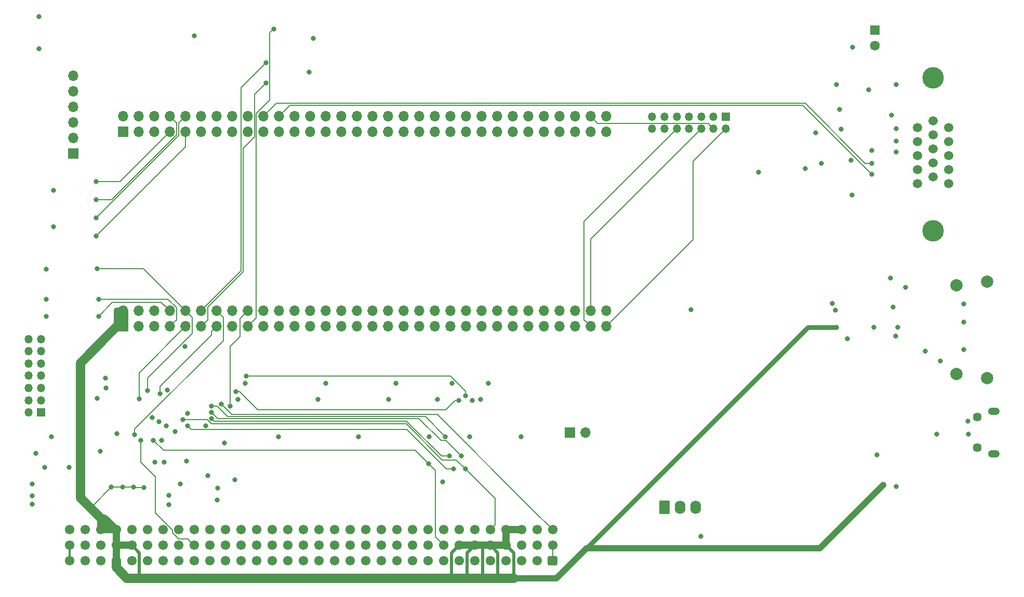
<source format=gbr>
G04 #@! TF.GenerationSoftware,KiCad,Pcbnew,5.0.2+dfsg1-1~bpo9+1*
G04 #@! TF.CreationDate,2022-01-29T10:57:36+01:00*
G04 #@! TF.ProjectId,nubus-to-ztex,6e756275-732d-4746-9f2d-7a7465782e6b,rev?*
G04 #@! TF.SameCoordinates,Original*
G04 #@! TF.FileFunction,Copper,L4,Bot*
G04 #@! TF.FilePolarity,Positive*
%FSLAX46Y46*%
G04 Gerber Fmt 4.6, Leading zero omitted, Abs format (unit mm)*
G04 Created by KiCad (PCBNEW 5.0.2+dfsg1-1~bpo9+1) date Sat Jan 29 10:57:36 2022*
%MOMM*%
%LPD*%
G01*
G04 APERTURE LIST*
G04 #@! TA.AperFunction,ComponentPad*
%ADD10R,1.350000X1.350000*%
G04 #@! TD*
G04 #@! TA.AperFunction,ComponentPad*
%ADD11O,1.350000X1.350000*%
G04 #@! TD*
G04 #@! TA.AperFunction,ComponentPad*
%ADD12C,1.450000*%
G04 #@! TD*
G04 #@! TA.AperFunction,ComponentPad*
%ADD13O,1.900000X1.200000*%
G04 #@! TD*
G04 #@! TA.AperFunction,ComponentPad*
%ADD14R,1.700000X1.700000*%
G04 #@! TD*
G04 #@! TA.AperFunction,ComponentPad*
%ADD15O,1.700000X1.700000*%
G04 #@! TD*
G04 #@! TA.AperFunction,Conductor*
%ADD16C,0.100000*%
G04 #@! TD*
G04 #@! TA.AperFunction,ComponentPad*
%ADD17C,1.740000*%
G04 #@! TD*
G04 #@! TA.AperFunction,ComponentPad*
%ADD18O,1.740000X2.200000*%
G04 #@! TD*
G04 #@! TA.AperFunction,ComponentPad*
%ADD19C,2.000000*%
G04 #@! TD*
G04 #@! TA.AperFunction,ComponentPad*
%ADD20C,1.500000*%
G04 #@! TD*
G04 #@! TA.AperFunction,ComponentPad*
%ADD21C,3.500000*%
G04 #@! TD*
G04 #@! TA.AperFunction,ComponentPad*
%ADD22R,1.600000X1.600000*%
G04 #@! TD*
G04 #@! TA.AperFunction,ComponentPad*
%ADD23C,1.600000*%
G04 #@! TD*
G04 #@! TA.AperFunction,ComponentPad*
%ADD24C,1.550000*%
G04 #@! TD*
G04 #@! TA.AperFunction,ViaPad*
%ADD25C,0.800000*%
G04 #@! TD*
G04 #@! TA.AperFunction,Conductor*
%ADD26C,0.152400*%
G04 #@! TD*
G04 #@! TA.AperFunction,Conductor*
%ADD27C,1.200000*%
G04 #@! TD*
G04 #@! TA.AperFunction,Conductor*
%ADD28C,1.500000*%
G04 #@! TD*
G04 #@! TA.AperFunction,Conductor*
%ADD29C,0.500000*%
G04 #@! TD*
G04 #@! TA.AperFunction,Conductor*
%ADD30C,1.000000*%
G04 #@! TD*
G04 #@! TA.AperFunction,Conductor*
%ADD31C,0.800000*%
G04 #@! TD*
G04 #@! TA.AperFunction,Conductor*
%ADD32C,1.600000*%
G04 #@! TD*
G04 #@! TA.AperFunction,Conductor*
%ADD33C,0.200000*%
G04 #@! TD*
G04 #@! TA.AperFunction,Conductor*
%ADD34C,0.300000*%
G04 #@! TD*
G04 APERTURE END LIST*
D10*
G04 #@! TO.P,J2,1*
G04 #@! TO.N,GND*
X116600000Y-75800000D03*
D11*
G04 #@! TO.P,J2,2*
G04 #@! TO.N,+3V3*
X114600000Y-75800000D03*
G04 #@! TO.P,J2,3*
G04 #@! TO.N,GND*
X116600000Y-73800000D03*
G04 #@! TO.P,J2,4*
G04 #@! TO.N,CPLD_JTAG_TMS*
X114600000Y-73800000D03*
G04 #@! TO.P,J2,5*
G04 #@! TO.N,GND*
X116600000Y-71800000D03*
G04 #@! TO.P,J2,6*
G04 #@! TO.N,CPLD_JTAG_TCK*
X114600000Y-71800000D03*
G04 #@! TO.P,J2,7*
G04 #@! TO.N,GND*
X116600000Y-69800000D03*
G04 #@! TO.P,J2,8*
G04 #@! TO.N,CPLD_JTAG_TDO*
X114600000Y-69800000D03*
G04 #@! TO.P,J2,9*
G04 #@! TO.N,GND*
X116600000Y-67800000D03*
G04 #@! TO.P,J2,10*
G04 #@! TO.N,CPLD_JTAG_TDI*
X114600000Y-67800000D03*
G04 #@! TO.P,J2,11*
G04 #@! TO.N,GND*
X116600000Y-65800000D03*
G04 #@! TO.P,J2,12*
G04 #@! TO.N,Net-(J2-Pad12)*
X114600000Y-65800000D03*
G04 #@! TO.P,J2,13*
G04 #@! TO.N,GND*
X116600000Y-63800000D03*
G04 #@! TO.P,J2,14*
G04 #@! TO.N,Net-(J2-Pad14)*
X114600000Y-63800000D03*
G04 #@! TD*
D12*
G04 #@! TO.P,J6,6*
G04 #@! TO.N,SHIELD*
X269197500Y-81570000D03*
X269197500Y-76570000D03*
D13*
X271897500Y-82570000D03*
X271897500Y-75570000D03*
G04 #@! TD*
D14*
G04 #@! TO.P,J8,1*
G04 #@! TO.N,+3V3*
X202830000Y-79080000D03*
D15*
G04 #@! TO.P,J8,2*
G04 #@! TO.N,GND*
X205370000Y-79080000D03*
G04 #@! TD*
D16*
G04 #@! TO.N,GND*
G04 #@! TO.C,J7*
G36*
X218884505Y-90171204D02*
X218908773Y-90174804D01*
X218932572Y-90180765D01*
X218955671Y-90189030D01*
X218977850Y-90199520D01*
X218998893Y-90212132D01*
X219018599Y-90226747D01*
X219036777Y-90243223D01*
X219053253Y-90261401D01*
X219067868Y-90281107D01*
X219080480Y-90302150D01*
X219090970Y-90324329D01*
X219099235Y-90347428D01*
X219105196Y-90371227D01*
X219108796Y-90395495D01*
X219110000Y-90419999D01*
X219110000Y-92120001D01*
X219108796Y-92144505D01*
X219105196Y-92168773D01*
X219099235Y-92192572D01*
X219090970Y-92215671D01*
X219080480Y-92237850D01*
X219067868Y-92258893D01*
X219053253Y-92278599D01*
X219036777Y-92296777D01*
X219018599Y-92313253D01*
X218998893Y-92327868D01*
X218977850Y-92340480D01*
X218955671Y-92350970D01*
X218932572Y-92359235D01*
X218908773Y-92365196D01*
X218884505Y-92368796D01*
X218860001Y-92370000D01*
X217619999Y-92370000D01*
X217595495Y-92368796D01*
X217571227Y-92365196D01*
X217547428Y-92359235D01*
X217524329Y-92350970D01*
X217502150Y-92340480D01*
X217481107Y-92327868D01*
X217461401Y-92313253D01*
X217443223Y-92296777D01*
X217426747Y-92278599D01*
X217412132Y-92258893D01*
X217399520Y-92237850D01*
X217389030Y-92215671D01*
X217380765Y-92192572D01*
X217374804Y-92168773D01*
X217371204Y-92144505D01*
X217370000Y-92120001D01*
X217370000Y-90419999D01*
X217371204Y-90395495D01*
X217374804Y-90371227D01*
X217380765Y-90347428D01*
X217389030Y-90324329D01*
X217399520Y-90302150D01*
X217412132Y-90281107D01*
X217426747Y-90261401D01*
X217443223Y-90243223D01*
X217461401Y-90226747D01*
X217481107Y-90212132D01*
X217502150Y-90199520D01*
X217524329Y-90189030D01*
X217547428Y-90180765D01*
X217571227Y-90174804D01*
X217595495Y-90171204D01*
X217619999Y-90170000D01*
X218860001Y-90170000D01*
X218884505Y-90171204D01*
X218884505Y-90171204D01*
G37*
D17*
G04 #@! TD*
G04 #@! TO.P,J7,1*
G04 #@! TO.N,GND*
X218240000Y-91270000D03*
D18*
G04 #@! TO.P,J7,2*
G04 #@! TO.N,+5V*
X220780000Y-91270000D03*
G04 #@! TO.P,J7,3*
G04 #@! TO.N,GND*
X223320000Y-91270000D03*
G04 #@! TD*
D14*
G04 #@! TO.P,JCD1,1*
G04 #@! TO.N,Net-(JCD1-Pad1)*
X130000000Y-30000000D03*
D15*
G04 #@! TO.P,JCD1,2*
G04 #@! TO.N,Net-(JCD1-Pad2)*
X130000000Y-27460000D03*
G04 #@! TO.P,JCD1,3*
G04 #@! TO.N,GND*
X132540000Y-30000000D03*
G04 #@! TO.P,JCD1,4*
X132540000Y-27460000D03*
G04 #@! TO.P,JCD1,5*
G04 #@! TO.N,/B2B/RX*
X135080000Y-30000000D03*
G04 #@! TO.P,JCD1,6*
G04 #@! TO.N,/B2B/TX*
X135080000Y-27460000D03*
G04 #@! TO.P,JCD1,7*
G04 #@! TO.N,~ID3_3V3*
X137620000Y-30000000D03*
G04 #@! TO.P,JCD1,8*
G04 #@! TO.N,~ID2_3V3*
X137620000Y-27460000D03*
G04 #@! TO.P,JCD1,9*
G04 #@! TO.N,~ID0_3V3*
X140160000Y-30000000D03*
G04 #@! TO.P,JCD1,10*
G04 #@! TO.N,~ID1_3V3*
X140160000Y-27460000D03*
G04 #@! TO.P,JCD1,11*
G04 #@! TO.N,tmoen*
X142700000Y-30000000D03*
G04 #@! TO.P,JCD1,12*
G04 #@! TO.N,LED0*
X142700000Y-27460000D03*
G04 #@! TO.P,JCD1,13*
G04 #@! TO.N,HDMI_HPD_A*
X145240000Y-30000000D03*
G04 #@! TO.P,JCD1,14*
G04 #@! TO.N,LED1*
X145240000Y-27460000D03*
G04 #@! TO.P,JCD1,15*
G04 #@! TO.N,HDMI_SDA_A*
X147780000Y-30000000D03*
G04 #@! TO.P,JCD1,16*
G04 #@! TO.N,~CLK2X_3V3*
X147780000Y-27460000D03*
G04 #@! TO.P,JCD1,17*
G04 #@! TO.N,HDMI_SCL_A*
X150320000Y-30000000D03*
G04 #@! TO.P,JCD1,18*
G04 #@! TO.N,~TM2_3V3*
X150320000Y-27460000D03*
G04 #@! TO.P,JCD1,19*
G04 #@! TO.N,HDMI_CEC_A*
X152860000Y-30000000D03*
G04 #@! TO.P,JCD1,20*
G04 #@! TO.N,FPGA_VGA_HS*
X152860000Y-27460000D03*
G04 #@! TO.P,JCD1,21*
G04 #@! TO.N,HDMI_CLK+*
X155400000Y-30000000D03*
G04 #@! TO.P,JCD1,22*
G04 #@! TO.N,FPGA_VGA_VS*
X155400000Y-27460000D03*
G04 #@! TO.P,JCD1,23*
G04 #@! TO.N,HDMI_CLK-*
X157940000Y-30000000D03*
G04 #@! TO.P,JCD1,24*
G04 #@! TO.N,HDMI_D0-*
X157940000Y-27460000D03*
G04 #@! TO.P,JCD1,25*
G04 #@! TO.N,HDMI_D1-*
X160480000Y-30000000D03*
G04 #@! TO.P,JCD1,26*
G04 #@! TO.N,HDMI_D0+*
X160480000Y-27460000D03*
G04 #@! TO.P,JCD1,27*
G04 #@! TO.N,HDMI_D1+*
X163020000Y-30000000D03*
G04 #@! TO.P,JCD1,28*
G04 #@! TO.N,HDMI_D2-*
X163020000Y-27460000D03*
G04 #@! TO.P,JCD1,29*
G04 #@! TO.N,FPGA_VGA_CLK*
X165560000Y-30000000D03*
G04 #@! TO.P,JCD1,30*
G04 #@! TO.N,HDMI_D2+*
X165560000Y-27460000D03*
G04 #@! TO.P,JCD1,31*
G04 #@! TO.N,+3V3*
X168100000Y-30000000D03*
G04 #@! TO.P,JCD1,32*
X168100000Y-27460000D03*
G04 #@! TO.P,JCD1,33*
G04 #@! TO.N,GND*
X170640000Y-30000000D03*
G04 #@! TO.P,JCD1,34*
X170640000Y-27460000D03*
G04 #@! TO.P,JCD1,35*
G04 #@! TO.N,+3V3*
X173180000Y-30000000D03*
G04 #@! TO.P,JCD1,36*
X173180000Y-27460000D03*
G04 #@! TO.P,JCD1,37*
G04 #@! TO.N,FPGA_B7*
X175720000Y-30000000D03*
G04 #@! TO.P,JCD1,38*
G04 #@! TO.N,FPGA_R0*
X175720000Y-27460000D03*
G04 #@! TO.P,JCD1,39*
G04 #@! TO.N,FPGA_B6*
X178260000Y-30000000D03*
G04 #@! TO.P,JCD1,40*
G04 #@! TO.N,FPGA_R1*
X178260000Y-27460000D03*
G04 #@! TO.P,JCD1,41*
G04 #@! TO.N,FPGA_B5*
X180800000Y-30000000D03*
G04 #@! TO.P,JCD1,42*
G04 #@! TO.N,FPGA_R2*
X180800000Y-27460000D03*
G04 #@! TO.P,JCD1,43*
G04 #@! TO.N,FPGA_B4*
X183340000Y-30000000D03*
G04 #@! TO.P,JCD1,44*
G04 #@! TO.N,FPGA_R3*
X183340000Y-27460000D03*
G04 #@! TO.P,JCD1,45*
G04 #@! TO.N,FPGA_B3*
X185880000Y-30000000D03*
G04 #@! TO.P,JCD1,46*
G04 #@! TO.N,FPGA_R4*
X185880000Y-27460000D03*
G04 #@! TO.P,JCD1,47*
G04 #@! TO.N,FPGA_B2*
X188420000Y-30000000D03*
G04 #@! TO.P,JCD1,48*
G04 #@! TO.N,FPGA_R5*
X188420000Y-27460000D03*
G04 #@! TO.P,JCD1,49*
G04 #@! TO.N,FPGA_B1*
X190960000Y-30000000D03*
G04 #@! TO.P,JCD1,50*
G04 #@! TO.N,FPGA_R6*
X190960000Y-27460000D03*
G04 #@! TO.P,JCD1,51*
G04 #@! TO.N,FPGA_B0*
X193500000Y-30000000D03*
G04 #@! TO.P,JCD1,52*
G04 #@! TO.N,FPGA_R7*
X193500000Y-27460000D03*
G04 #@! TO.P,JCD1,53*
G04 #@! TO.N,FPGA_G7*
X196040000Y-30000000D03*
G04 #@! TO.P,JCD1,54*
G04 #@! TO.N,FPGA_G0*
X196040000Y-27460000D03*
G04 #@! TO.P,JCD1,55*
G04 #@! TO.N,FPGA_G6*
X198580000Y-30000000D03*
G04 #@! TO.P,JCD1,56*
G04 #@! TO.N,FPGA_G1*
X198580000Y-27460000D03*
G04 #@! TO.P,JCD1,57*
G04 #@! TO.N,FPGA_G5*
X201120000Y-30000000D03*
G04 #@! TO.P,JCD1,58*
G04 #@! TO.N,FPGA_G2*
X201120000Y-27460000D03*
G04 #@! TO.P,JCD1,59*
G04 #@! TO.N,FPGA_G4*
X203660000Y-30000000D03*
G04 #@! TO.P,JCD1,60*
G04 #@! TO.N,FPGA_G3*
X203660000Y-27460000D03*
G04 #@! TO.P,JCD1,61*
G04 #@! TO.N,FPGA_JTAG_TDO*
X206200000Y-30000000D03*
G04 #@! TO.P,JCD1,62*
G04 #@! TO.N,FPGA_JTAG_TMS*
X206200000Y-27460000D03*
G04 #@! TO.P,JCD1,63*
G04 #@! TO.N,GND*
X208740000Y-30000000D03*
G04 #@! TO.P,JCD1,64*
X208740000Y-27460000D03*
G04 #@! TD*
D10*
G04 #@! TO.P,J1,1*
G04 #@! TO.N,GND*
X228230000Y-27500000D03*
D11*
G04 #@! TO.P,J1,2*
G04 #@! TO.N,/B2B/JTAG_VIO*
X228230000Y-29500000D03*
G04 #@! TO.P,J1,3*
G04 #@! TO.N,GND*
X226230000Y-27500000D03*
G04 #@! TO.P,J1,4*
G04 #@! TO.N,FPGA_JTAG_TMS*
X226230000Y-29500000D03*
G04 #@! TO.P,J1,5*
G04 #@! TO.N,GND*
X224230000Y-27500000D03*
G04 #@! TO.P,J1,6*
G04 #@! TO.N,FPGA_JTAG_TCK*
X224230000Y-29500000D03*
G04 #@! TO.P,J1,7*
G04 #@! TO.N,GND*
X222230000Y-27500000D03*
G04 #@! TO.P,J1,8*
G04 #@! TO.N,FPGA_JTAG_TDO*
X222230000Y-29500000D03*
G04 #@! TO.P,J1,9*
G04 #@! TO.N,GND*
X220230000Y-27500000D03*
G04 #@! TO.P,J1,10*
G04 #@! TO.N,FPGA_JTAG_TDI*
X220230000Y-29500000D03*
G04 #@! TO.P,J1,11*
G04 #@! TO.N,GND*
X218230000Y-27500000D03*
G04 #@! TO.P,J1,12*
G04 #@! TO.N,Net-(J1-Pad12)*
X218230000Y-29500000D03*
G04 #@! TO.P,J1,13*
G04 #@! TO.N,GND*
X216230000Y-27500000D03*
G04 #@! TO.P,J1,14*
G04 #@! TO.N,Net-(J1-Pad14)*
X216230000Y-29500000D03*
G04 #@! TD*
D19*
G04 #@! TO.P,J5,SH*
G04 #@! TO.N,SHIELD*
X270800000Y-70150000D03*
X270800000Y-54450000D03*
X265850000Y-69550000D03*
X265850000Y-55050000D03*
G04 #@! TD*
D20*
G04 #@! TO.P,J9,15*
G04 #@! TO.N,Net-(J9-Pad15)*
X264540000Y-38460000D03*
G04 #@! TO.P,J9,14*
G04 #@! TO.N,/vga/VGA_VS*
X264540000Y-36170000D03*
G04 #@! TO.P,J9,13*
G04 #@! TO.N,/vga/VGA_HS*
X264540000Y-33876000D03*
G04 #@! TO.P,J9,12*
G04 #@! TO.N,Net-(J9-Pad12)*
X264540000Y-31590000D03*
G04 #@! TO.P,J9,11*
G04 #@! TO.N,Net-(J9-Pad11)*
X264540000Y-29300000D03*
G04 #@! TO.P,J9,10*
G04 #@! TO.N,GND*
X262000000Y-37320000D03*
G04 #@! TO.P,J9,9*
G04 #@! TO.N,Net-(J9-Pad9)*
X262000000Y-35030000D03*
G04 #@! TO.P,J9,8*
G04 #@! TO.N,GND*
X262000000Y-32740000D03*
G04 #@! TO.P,J9,7*
X262000000Y-30450000D03*
G04 #@! TO.P,J9,6*
X262000000Y-28160000D03*
G04 #@! TO.P,J9,5*
X259460000Y-38460000D03*
G04 #@! TO.P,J9,4*
G04 #@! TO.N,Net-(J9-Pad4)*
X259460000Y-36170000D03*
G04 #@! TO.P,J9,3*
G04 #@! TO.N,/vga/VGA_B*
X259460000Y-33880000D03*
G04 #@! TO.P,J9,2*
G04 #@! TO.N,/vga/VGA_G*
X259460000Y-31590000D03*
G04 #@! TO.P,J9,1*
G04 #@! TO.N,/vga/VGA_R*
X259460000Y-29300000D03*
D21*
G04 #@! TO.P,J9,0*
G04 #@! TO.N,SHIELD*
X262000000Y-21130000D03*
X262000000Y-46130000D03*
G04 #@! TD*
D22*
G04 #@! TO.P,C39,1*
G04 #@! TO.N,SHIELD*
X252540000Y-13380000D03*
D23*
G04 #@! TO.P,C39,2*
G04 #@! TO.N,GND*
X252540000Y-15880000D03*
G04 #@! TD*
D16*
G04 #@! TO.N,-12V*
G04 #@! TO.C,J4*
G36*
X200549505Y-99226204D02*
X200573773Y-99229804D01*
X200597572Y-99235765D01*
X200620671Y-99244030D01*
X200642850Y-99254520D01*
X200663893Y-99267132D01*
X200683599Y-99281747D01*
X200701777Y-99298223D01*
X200718253Y-99316401D01*
X200732868Y-99336107D01*
X200745480Y-99357150D01*
X200755970Y-99379329D01*
X200764235Y-99402428D01*
X200770196Y-99426227D01*
X200773796Y-99450495D01*
X200775000Y-99474999D01*
X200775000Y-100525001D01*
X200773796Y-100549505D01*
X200770196Y-100573773D01*
X200764235Y-100597572D01*
X200755970Y-100620671D01*
X200745480Y-100642850D01*
X200732868Y-100663893D01*
X200718253Y-100683599D01*
X200701777Y-100701777D01*
X200683599Y-100718253D01*
X200663893Y-100732868D01*
X200642850Y-100745480D01*
X200620671Y-100755970D01*
X200597572Y-100764235D01*
X200573773Y-100770196D01*
X200549505Y-100773796D01*
X200525001Y-100775000D01*
X199474999Y-100775000D01*
X199450495Y-100773796D01*
X199426227Y-100770196D01*
X199402428Y-100764235D01*
X199379329Y-100755970D01*
X199357150Y-100745480D01*
X199336107Y-100732868D01*
X199316401Y-100718253D01*
X199298223Y-100701777D01*
X199281747Y-100683599D01*
X199267132Y-100663893D01*
X199254520Y-100642850D01*
X199244030Y-100620671D01*
X199235765Y-100597572D01*
X199229804Y-100573773D01*
X199226204Y-100549505D01*
X199225000Y-100525001D01*
X199225000Y-99474999D01*
X199226204Y-99450495D01*
X199229804Y-99426227D01*
X199235765Y-99402428D01*
X199244030Y-99379329D01*
X199254520Y-99357150D01*
X199267132Y-99336107D01*
X199281747Y-99316401D01*
X199298223Y-99298223D01*
X199316401Y-99281747D01*
X199336107Y-99267132D01*
X199357150Y-99254520D01*
X199379329Y-99244030D01*
X199402428Y-99235765D01*
X199426227Y-99229804D01*
X199450495Y-99226204D01*
X199474999Y-99225000D01*
X200525001Y-99225000D01*
X200549505Y-99226204D01*
X200549505Y-99226204D01*
G37*
D24*
G04 #@! TD*
G04 #@! TO.P,J4,a1*
G04 #@! TO.N,-12V*
X200000000Y-100000000D03*
G04 #@! TO.P,J4,a2*
G04 #@! TO.N,SB0_5V*
X197460000Y-100000000D03*
G04 #@! TO.P,J4,a3*
G04 #@! TO.N,~SPV_5V*
X194920000Y-100000000D03*
G04 #@! TO.P,J4,a4*
G04 #@! TO.N,~SP_5V*
X192380000Y-100000000D03*
G04 #@! TO.P,J4,a5*
G04 #@! TO.N,~TM1_5V*
X189840000Y-100000000D03*
G04 #@! TO.P,J4,a6*
G04 #@! TO.N,~AD1_5V*
X187300000Y-100000000D03*
G04 #@! TO.P,J4,a7*
G04 #@! TO.N,~AD3_5V*
X184760000Y-100000000D03*
G04 #@! TO.P,J4,a8*
G04 #@! TO.N,~AD5_5V*
X182220000Y-100000000D03*
G04 #@! TO.P,J4,a9*
G04 #@! TO.N,~AD7_5V*
X179680000Y-100000000D03*
G04 #@! TO.P,J4,a10*
G04 #@! TO.N,~AD9_5V*
X177140000Y-100000000D03*
G04 #@! TO.P,J4,a11*
G04 #@! TO.N,~AD11_5V*
X174600000Y-100000000D03*
G04 #@! TO.P,J4,a12*
G04 #@! TO.N,~AD13_5V*
X172060000Y-100000000D03*
G04 #@! TO.P,J4,a13*
G04 #@! TO.N,~AD15_5V*
X169520000Y-100000000D03*
G04 #@! TO.P,J4,a14*
G04 #@! TO.N,~AD17_5V*
X166980000Y-100000000D03*
G04 #@! TO.P,J4,a15*
G04 #@! TO.N,~AD19_5V*
X164440000Y-100000000D03*
G04 #@! TO.P,J4,a16*
G04 #@! TO.N,~AD21_5V*
X161900000Y-100000000D03*
G04 #@! TO.P,J4,a17*
G04 #@! TO.N,~AD23_5V*
X159360000Y-100000000D03*
G04 #@! TO.P,J4,a18*
G04 #@! TO.N,~AD25_5V*
X156820000Y-100000000D03*
G04 #@! TO.P,J4,a19*
G04 #@! TO.N,~AD27_5V*
X154280000Y-100000000D03*
G04 #@! TO.P,J4,a20*
G04 #@! TO.N,~AD29_5V*
X151740000Y-100000000D03*
G04 #@! TO.P,J4,a21*
G04 #@! TO.N,~AD31_5V*
X149200000Y-100000000D03*
G04 #@! TO.P,J4,a22*
G04 #@! TO.N,GND*
X146660000Y-100000000D03*
G04 #@! TO.P,J4,a23*
X144120000Y-100000000D03*
G04 #@! TO.P,J4,a24*
G04 #@! TO.N,~ARB1_5V*
X141580000Y-100000000D03*
G04 #@! TO.P,J4,a25*
G04 #@! TO.N,~ARB3_5V*
X139040000Y-100000000D03*
G04 #@! TO.P,J4,a26*
G04 #@! TO.N,~ID1_5V*
X136500000Y-100000000D03*
G04 #@! TO.P,J4,a27*
G04 #@! TO.N,~ID3_5V*
X133960000Y-100000000D03*
G04 #@! TO.P,J4,a28*
G04 #@! TO.N,~ACK_5V*
X131420000Y-100000000D03*
G04 #@! TO.P,J4,a29*
G04 #@! TO.N,+5V*
X128880000Y-100000000D03*
G04 #@! TO.P,J4,a30*
G04 #@! TO.N,~RQST_5V*
X126340000Y-100000000D03*
G04 #@! TO.P,J4,a31*
G04 #@! TO.N,~NMRQ_5V*
X123800000Y-100000000D03*
G04 #@! TO.P,J4,a32*
G04 #@! TO.N,+12V*
X121260000Y-100000000D03*
G04 #@! TO.P,J4,b1*
G04 #@! TO.N,-12V*
X200000000Y-97460000D03*
G04 #@! TO.P,J4,b2*
G04 #@! TO.N,GND*
X197460000Y-97460000D03*
G04 #@! TO.P,J4,b3*
X194920000Y-97460000D03*
G04 #@! TO.P,J4,b4*
G04 #@! TO.N,+5V*
X192380000Y-97460000D03*
G04 #@! TO.P,J4,b5*
X189840000Y-97460000D03*
G04 #@! TO.P,J4,b6*
X187300000Y-97460000D03*
G04 #@! TO.P,J4,b7*
X184760000Y-97460000D03*
G04 #@! TO.P,J4,b8*
G04 #@! TO.N,~TM2_5V*
X182220000Y-97460000D03*
G04 #@! TO.P,J4,b9*
G04 #@! TO.N,~CM0_5V*
X179680000Y-97460000D03*
G04 #@! TO.P,J4,b10*
G04 #@! TO.N,~CM1_5V*
X177140000Y-97460000D03*
G04 #@! TO.P,J4,b11*
G04 #@! TO.N,~CM2_5V*
X174600000Y-97460000D03*
G04 #@! TO.P,J4,b12*
G04 #@! TO.N,GND*
X172060000Y-97460000D03*
G04 #@! TO.P,J4,b13*
X169520000Y-97460000D03*
G04 #@! TO.P,J4,b14*
X166980000Y-97460000D03*
G04 #@! TO.P,J4,b15*
X164440000Y-97460000D03*
G04 #@! TO.P,J4,b16*
X161900000Y-97460000D03*
G04 #@! TO.P,J4,b17*
X159360000Y-97460000D03*
G04 #@! TO.P,J4,b18*
X156820000Y-97460000D03*
G04 #@! TO.P,J4,b19*
X154280000Y-97460000D03*
G04 #@! TO.P,J4,b20*
X151740000Y-97460000D03*
G04 #@! TO.P,J4,b21*
X149200000Y-97460000D03*
G04 #@! TO.P,J4,b22*
X146660000Y-97460000D03*
G04 #@! TO.P,J4,b23*
X144120000Y-97460000D03*
G04 #@! TO.P,J4,b24*
G04 #@! TO.N,~CLK2X_5V*
X141580000Y-97460000D03*
G04 #@! TO.P,J4,b25*
G04 #@! TO.N,STDBYPWR*
X139040000Y-97460000D03*
G04 #@! TO.P,J4,b26*
G04 #@! TO.N,~CLK2XEN_5V*
X136500000Y-97460000D03*
G04 #@! TO.P,J4,b27*
G04 #@! TO.N,~CBUSY_5V*
X133960000Y-97460000D03*
G04 #@! TO.P,J4,b28*
G04 #@! TO.N,+5V*
X131420000Y-97460000D03*
G04 #@! TO.P,J4,b29*
X128880000Y-97460000D03*
G04 #@! TO.P,J4,b30*
G04 #@! TO.N,GND*
X126340000Y-97460000D03*
G04 #@! TO.P,J4,b31*
X123800000Y-97460000D03*
G04 #@! TO.P,J4,b32*
G04 #@! TO.N,+12V*
X121260000Y-97460000D03*
G04 #@! TO.P,J4,c1*
G04 #@! TO.N,~RESET_5V*
X200000000Y-94920000D03*
G04 #@! TO.P,J4,c2*
G04 #@! TO.N,SB1_5V*
X197460000Y-94920000D03*
G04 #@! TO.P,J4,c3*
G04 #@! TO.N,+5V*
X194920000Y-94920000D03*
G04 #@! TO.P,J4,c4*
X192380000Y-94920000D03*
G04 #@! TO.P,J4,c5*
G04 #@! TO.N,~TM0_5V*
X189840000Y-94920000D03*
G04 #@! TO.P,J4,c6*
G04 #@! TO.N,~AD0_5V*
X187300000Y-94920000D03*
G04 #@! TO.P,J4,c7*
G04 #@! TO.N,~AD2_5V*
X184760000Y-94920000D03*
G04 #@! TO.P,J4,c8*
G04 #@! TO.N,~AD4_5V*
X182220000Y-94920000D03*
G04 #@! TO.P,J4,c9*
G04 #@! TO.N,~AD6_5V*
X179680000Y-94920000D03*
G04 #@! TO.P,J4,c10*
G04 #@! TO.N,~AD8_5V*
X177140000Y-94920000D03*
G04 #@! TO.P,J4,c11*
G04 #@! TO.N,~AD10_5V*
X174600000Y-94920000D03*
G04 #@! TO.P,J4,c12*
G04 #@! TO.N,~AD12_5V*
X172060000Y-94920000D03*
G04 #@! TO.P,J4,c13*
G04 #@! TO.N,~AD14_5V*
X169520000Y-94920000D03*
G04 #@! TO.P,J4,c14*
G04 #@! TO.N,~AD16_5V*
X166980000Y-94920000D03*
G04 #@! TO.P,J4,c15*
G04 #@! TO.N,~AD18_5V*
X164440000Y-94920000D03*
G04 #@! TO.P,J4,c16*
G04 #@! TO.N,~AD20_5V*
X161900000Y-94920000D03*
G04 #@! TO.P,J4,c17*
G04 #@! TO.N,~AD22_5V*
X159360000Y-94920000D03*
G04 #@! TO.P,J4,c18*
G04 #@! TO.N,~AD24_5V*
X156820000Y-94920000D03*
G04 #@! TO.P,J4,c19*
G04 #@! TO.N,~AD26_5V*
X154280000Y-94920000D03*
G04 #@! TO.P,J4,c20*
G04 #@! TO.N,~AD28_5V*
X151740000Y-94920000D03*
G04 #@! TO.P,J4,c21*
G04 #@! TO.N,~AD30_5V*
X149200000Y-94920000D03*
G04 #@! TO.P,J4,c22*
G04 #@! TO.N,GND*
X146660000Y-94920000D03*
G04 #@! TO.P,J4,c23*
G04 #@! TO.N,~PFW_5V*
X144120000Y-94920000D03*
G04 #@! TO.P,J4,c24*
G04 #@! TO.N,~ARB0_5V*
X141580000Y-94920000D03*
G04 #@! TO.P,J4,c25*
G04 #@! TO.N,~ARB2_5V*
X139040000Y-94920000D03*
G04 #@! TO.P,J4,c26*
G04 #@! TO.N,~ID0_5V*
X136500000Y-94920000D03*
G04 #@! TO.P,J4,c27*
G04 #@! TO.N,~ID2_5V*
X133960000Y-94920000D03*
G04 #@! TO.P,J4,c28*
G04 #@! TO.N,~START_5V*
X131420000Y-94920000D03*
G04 #@! TO.P,J4,c29*
G04 #@! TO.N,+5V*
X128880000Y-94920000D03*
G04 #@! TO.P,J4,c30*
X126340000Y-94920000D03*
G04 #@! TO.P,J4,c31*
G04 #@! TO.N,GND*
X123800000Y-94920000D03*
G04 #@! TO.P,J4,c32*
G04 #@! TO.N,~CLK_5V*
X121260000Y-94920000D03*
G04 #@! TD*
D15*
G04 #@! TO.P,J3,6*
G04 #@! TO.N,Net-(J3-Pad6)*
X121900000Y-20800000D03*
G04 #@! TO.P,J3,5*
G04 #@! TO.N,/B2B/TX*
X121900000Y-23340000D03*
G04 #@! TO.P,J3,4*
G04 #@! TO.N,/B2B/RX*
X121900000Y-25880000D03*
G04 #@! TO.P,J3,3*
G04 #@! TO.N,Net-(J3-Pad3)*
X121900000Y-28420000D03*
G04 #@! TO.P,J3,2*
G04 #@! TO.N,Net-(J3-Pad2)*
X121900000Y-30960000D03*
D14*
G04 #@! TO.P,J3,1*
G04 #@! TO.N,GND*
X121900000Y-33500000D03*
G04 #@! TD*
D15*
G04 #@! TO.P,JAB1,64*
G04 #@! TO.N,GND*
X208740000Y-59210000D03*
G04 #@! TO.P,JAB1,63*
G04 #@! TO.N,/B2B/JTAG_VIO*
X208740000Y-61750000D03*
G04 #@! TO.P,JAB1,62*
G04 #@! TO.N,FPGA_JTAG_TCK*
X206200000Y-59210000D03*
G04 #@! TO.P,JAB1,61*
G04 #@! TO.N,FPGA_JTAG_TDI*
X206200000Y-61750000D03*
G04 #@! TO.P,JAB1,60*
G04 #@! TO.N,USBH0_D-*
X203660000Y-59210000D03*
G04 #@! TO.P,JAB1,59*
G04 #@! TO.N,USBH0_D+*
X203660000Y-61750000D03*
G04 #@! TO.P,JAB1,58*
G04 #@! TO.N,~AD0_3V3*
X201120000Y-59210000D03*
G04 #@! TO.P,JAB1,57*
G04 #@! TO.N,~AD1_3V3*
X201120000Y-61750000D03*
G04 #@! TO.P,JAB1,56*
G04 #@! TO.N,~AD2_3V3*
X198580000Y-59210000D03*
G04 #@! TO.P,JAB1,55*
G04 #@! TO.N,~AD3_3V3*
X198580000Y-61750000D03*
G04 #@! TO.P,JAB1,54*
G04 #@! TO.N,~AD4_3V3*
X196040000Y-59210000D03*
G04 #@! TO.P,JAB1,53*
G04 #@! TO.N,~AD5_3V3*
X196040000Y-61750000D03*
G04 #@! TO.P,JAB1,52*
G04 #@! TO.N,~AD6_3V3*
X193500000Y-59210000D03*
G04 #@! TO.P,JAB1,51*
G04 #@! TO.N,~AD7_3V3*
X193500000Y-61750000D03*
G04 #@! TO.P,JAB1,50*
G04 #@! TO.N,~AD8_3V3*
X190960000Y-59210000D03*
G04 #@! TO.P,JAB1,49*
G04 #@! TO.N,~AD9_3V3*
X190960000Y-61750000D03*
G04 #@! TO.P,JAB1,48*
G04 #@! TO.N,~AD10_3V3*
X188420000Y-59210000D03*
G04 #@! TO.P,JAB1,47*
G04 #@! TO.N,~AD11_3V3*
X188420000Y-61750000D03*
G04 #@! TO.P,JAB1,46*
G04 #@! TO.N,~AD12_3V3*
X185880000Y-59210000D03*
G04 #@! TO.P,JAB1,45*
G04 #@! TO.N,~AD13_3V3*
X185880000Y-61750000D03*
G04 #@! TO.P,JAB1,44*
G04 #@! TO.N,~AD14_3V3*
X183340000Y-59210000D03*
G04 #@! TO.P,JAB1,43*
G04 #@! TO.N,~AD15_3V3*
X183340000Y-61750000D03*
G04 #@! TO.P,JAB1,42*
G04 #@! TO.N,~AD16_3V3*
X180800000Y-59210000D03*
G04 #@! TO.P,JAB1,41*
G04 #@! TO.N,~AD17_3V3*
X180800000Y-61750000D03*
G04 #@! TO.P,JAB1,40*
G04 #@! TO.N,~AD18_3V3*
X178260000Y-59210000D03*
G04 #@! TO.P,JAB1,39*
G04 #@! TO.N,~AD19_3V3*
X178260000Y-61750000D03*
G04 #@! TO.P,JAB1,38*
G04 #@! TO.N,~AD20_3V3*
X175720000Y-59210000D03*
G04 #@! TO.P,JAB1,37*
G04 #@! TO.N,~AD21_3V3*
X175720000Y-61750000D03*
G04 #@! TO.P,JAB1,36*
G04 #@! TO.N,~AD22_3V3*
X173180000Y-59210000D03*
G04 #@! TO.P,JAB1,35*
G04 #@! TO.N,~AD23_3V3*
X173180000Y-61750000D03*
G04 #@! TO.P,JAB1,34*
G04 #@! TO.N,+3V3*
X170640000Y-59210000D03*
G04 #@! TO.P,JAB1,33*
X170640000Y-61750000D03*
G04 #@! TO.P,JAB1,32*
G04 #@! TO.N,GND*
X168100000Y-59210000D03*
G04 #@! TO.P,JAB1,31*
X168100000Y-61750000D03*
G04 #@! TO.P,JAB1,30*
G04 #@! TO.N,+3V3*
X165560000Y-59210000D03*
G04 #@! TO.P,JAB1,29*
X165560000Y-61750000D03*
G04 #@! TO.P,JAB1,28*
G04 #@! TO.N,~AD24_3V3*
X163020000Y-59210000D03*
G04 #@! TO.P,JAB1,27*
G04 #@! TO.N,NUBUS_OE*
X163020000Y-61750000D03*
G04 #@! TO.P,JAB1,26*
G04 #@! TO.N,~AD26_3V3*
X160480000Y-59210000D03*
G04 #@! TO.P,JAB1,25*
G04 #@! TO.N,~AD25_3V3*
X160480000Y-61750000D03*
G04 #@! TO.P,JAB1,24*
G04 #@! TO.N,~AD28_3V3*
X157940000Y-59210000D03*
G04 #@! TO.P,JAB1,23*
G04 #@! TO.N,~AD27_3V3*
X157940000Y-61750000D03*
G04 #@! TO.P,JAB1,22*
G04 #@! TO.N,~AD30_3V3*
X155400000Y-59210000D03*
G04 #@! TO.P,JAB1,21*
G04 #@! TO.N,~AD29_3V3*
X155400000Y-61750000D03*
G04 #@! TO.P,JAB1,20*
G04 #@! TO.N,~CLK_3V3*
X152860000Y-59210000D03*
G04 #@! TO.P,JAB1,19*
G04 #@! TO.N,~AD31_3V3*
X152860000Y-61750000D03*
G04 #@! TO.P,JAB1,18*
G04 #@! TO.N,NUBUS_AD_DIR*
X150320000Y-59210000D03*
G04 #@! TO.P,JAB1,17*
G04 #@! TO.N,~RESET_3V3*
X150320000Y-61750000D03*
G04 #@! TO.P,JAB1,16*
G04 #@! TO.N,fpga_to_cpld_signal_2*
X147780000Y-59210000D03*
G04 #@! TO.P,JAB1,15*
G04 #@! TO.N,NUBUS_MASTER_DIR*
X147780000Y-61750000D03*
G04 #@! TO.P,JAB1,14*
G04 #@! TO.N,fpga_to_cpld_clk*
X145240000Y-59210000D03*
G04 #@! TO.P,JAB1,13*
G04 #@! TO.N,fpga_to_cpld_signal*
X145240000Y-61750000D03*
G04 #@! TO.P,JAB1,12*
G04 #@! TO.N,ARB*
X142700000Y-59210000D03*
G04 #@! TO.P,JAB1,11*
G04 #@! TO.N,GRANT*
X142700000Y-61750000D03*
G04 #@! TO.P,JAB1,10*
G04 #@! TO.N,~ACK_3V3*
X140160000Y-59210000D03*
G04 #@! TO.P,JAB1,9*
G04 #@! TO.N,~START_3V3*
X140160000Y-61750000D03*
G04 #@! TO.P,JAB1,8*
G04 #@! TO.N,~TM1_3V3*
X137620000Y-59210000D03*
G04 #@! TO.P,JAB1,7*
G04 #@! TO.N,~TM0_3V3*
X137620000Y-61750000D03*
G04 #@! TO.P,JAB1,6*
G04 #@! TO.N,~NMRQ_3V3*
X135080000Y-59210000D03*
G04 #@! TO.P,JAB1,5*
G04 #@! TO.N,~RQST_3V3*
X135080000Y-61750000D03*
G04 #@! TO.P,JAB1,4*
G04 #@! TO.N,GND*
X132540000Y-59210000D03*
G04 #@! TO.P,JAB1,3*
X132540000Y-61750000D03*
G04 #@! TO.P,JAB1,2*
G04 #@! TO.N,+5V*
X130000000Y-59210000D03*
D14*
G04 #@! TO.P,JAB1,1*
X130000000Y-61750000D03*
G04 #@! TD*
D25*
G04 #@! TO.N,GND*
X137500000Y-89312500D03*
X256220000Y-61875000D03*
X128980000Y-79260000D03*
X246250000Y-22250000D03*
X252900000Y-82730000D03*
X256000000Y-31500000D03*
X251500000Y-23100000D03*
X252380000Y-61875000D03*
X256000000Y-33300000D03*
X262640000Y-79355000D03*
X149900000Y-71000000D03*
X117200000Y-84780000D03*
X189500000Y-71000000D03*
X243770000Y-35180000D03*
X125750000Y-73500000D03*
X115200000Y-87480000D03*
X145400000Y-88100000D03*
X255250000Y-27250000D03*
X242870000Y-30170000D03*
X248840000Y-40287500D03*
X139300000Y-87450000D03*
X155357500Y-79750000D03*
X148200000Y-86800000D03*
X141650000Y-14352500D03*
X256010000Y-87920000D03*
X127100000Y-70212500D03*
X179857500Y-79750000D03*
X115200000Y-90730000D03*
X263200000Y-67357500D03*
X145300000Y-90050000D03*
X224140000Y-96000000D03*
X248670000Y-34670001D03*
X146500000Y-80800000D03*
X194857500Y-79750000D03*
X168357500Y-79750000D03*
X163000000Y-71000000D03*
X137200000Y-72100000D03*
X267730000Y-79355000D03*
X267720000Y-77180000D03*
X233600000Y-36600000D03*
X267000000Y-65550000D03*
X140550000Y-75950000D03*
X174500000Y-71000000D03*
X135152523Y-83900000D03*
X247020000Y-29510000D03*
X267000000Y-58050000D03*
X255500000Y-58625000D03*
X255040000Y-53812500D03*
X248890000Y-16170000D03*
X115200000Y-89430000D03*
X186450000Y-79750000D03*
X183600000Y-71000000D03*
X116300000Y-16437500D03*
X246062500Y-59100000D03*
X267000000Y-61050000D03*
G04 #@! TO.N,+3V3*
X256000000Y-22250000D03*
X140112500Y-65000000D03*
X143500000Y-77950000D03*
X127250000Y-71787500D03*
X252000000Y-33000000D03*
X117503601Y-60080000D03*
X117503601Y-52370000D03*
X256000000Y-29500000D03*
X248080000Y-63750000D03*
X117503601Y-57330000D03*
X161750000Y-73687500D03*
X222537500Y-59000000D03*
X148750000Y-73687500D03*
X257550000Y-55387500D03*
X173300000Y-73700000D03*
X160287500Y-20250000D03*
X241210000Y-35980000D03*
X246800000Y-26300000D03*
X118665134Y-45500000D03*
X118665134Y-39500000D03*
X137500000Y-90887500D03*
X245550000Y-57975000D03*
X136727523Y-83900000D03*
X188250000Y-73687500D03*
X161000000Y-14700000D03*
X121200000Y-84780000D03*
X181250000Y-73687500D03*
X116300000Y-11212500D03*
X182100000Y-87100000D03*
X118300000Y-79800000D03*
X115812500Y-82500000D03*
X126287500Y-82100000D03*
X143787500Y-86100000D03*
X140387500Y-83700000D03*
G04 #@! TO.N,+5V*
X253850000Y-87660000D03*
X246230000Y-61872500D03*
X131697842Y-88000000D03*
X129897842Y-88000000D03*
X128097842Y-88000000D03*
X133421568Y-88014972D03*
X220840000Y-97970000D03*
G04 #@! TO.N,~RESET_5V*
X146000000Y-74450000D03*
G04 #@! TO.N,~TM1_5V*
X140500000Y-78000000D03*
X183850000Y-85000000D03*
G04 #@! TO.N,~TM2_5V*
X186900000Y-73800000D03*
X134960000Y-80370000D03*
X179800000Y-84200000D03*
G04 #@! TO.N,~TM0_5V*
X139750000Y-77000000D03*
X185800000Y-85000000D03*
G04 #@! TO.N,~ID3_3V3*
X125600000Y-38077042D03*
G04 #@! TO.N,~ID2_3V3*
X125600000Y-41043708D03*
G04 #@! TO.N,~ID1_3V3*
X125600000Y-44010374D03*
G04 #@! TO.N,~ID0_3V3*
X125600000Y-46977042D03*
G04 #@! TO.N,~CLK2X_5V*
X132920000Y-80370000D03*
G04 #@! TO.N,~START_3V3*
X132600000Y-73600000D03*
G04 #@! TO.N,~ACK_3V3*
X125750000Y-52344020D03*
X134000000Y-72250000D03*
G04 #@! TO.N,~RESET_3V3*
X154562500Y-13200000D03*
G04 #@! TO.N,~TM0_3V3*
X126000000Y-57330000D03*
G04 #@! TO.N,~TM1_3V3*
X126000000Y-60080000D03*
G04 #@! TO.N,FPGA_VGA_HS*
X252000000Y-35100000D03*
G04 #@! TO.N,FPGA_VGA_VS*
X252000000Y-36900000D03*
G04 #@! TO.N,HDMI_5V*
X255920000Y-63320000D03*
X260760000Y-65782500D03*
G04 #@! TO.N,ARB*
X153300000Y-18750000D03*
G04 #@! TO.N,NUBUS_AD_DIR*
X147500000Y-74750000D03*
G04 #@! TO.N,CPLD_JTAG_TDI*
X134750000Y-76600000D03*
G04 #@! TO.N,CPLD_JTAG_TDO*
X135850000Y-77300000D03*
G04 #@! TO.N,CPLD_JTAG_TMS*
X138450000Y-78900000D03*
G04 #@! TO.N,CPLD_JTAG_TCK*
X137050000Y-78000000D03*
G04 #@! TO.N,fpga_to_cpld_clk*
X131900000Y-79450000D03*
G04 #@! TO.N,GRANT*
X153300000Y-22000000D03*
G04 #@! TO.N,fpga_to_cpld_signal*
X136000000Y-72770000D03*
G04 #@! TO.N,TMx_oe_n*
X144450000Y-74800000D03*
X182550000Y-79750000D03*
G04 #@! TO.N,TM1_n_o*
X183200000Y-82900000D03*
X144450000Y-76800000D03*
G04 #@! TO.N,TM0_n_o*
X144450000Y-75800000D03*
X185150000Y-82900000D03*
G04 #@! TO.N,TM2_o_n*
X150050000Y-69860000D03*
X185800000Y-73100000D03*
G04 #@! TO.N,TM2_oe_n*
X136280000Y-80360000D03*
X184700000Y-73800000D03*
X148400000Y-72400000D03*
G04 #@! TD*
D26*
G04 #@! TO.N,/B2B/JTAG_VIO*
X209589999Y-60900001D02*
X208740000Y-61750000D01*
X222921399Y-34808601D02*
X222921399Y-47568601D01*
X222921399Y-47568601D02*
X209589999Y-60900001D01*
X228230000Y-29500000D02*
X222921399Y-34808601D01*
D27*
G04 #@! TO.N,+5V*
X189840000Y-97460000D02*
X192380000Y-97460000D01*
D28*
X128880000Y-100000000D02*
X128880000Y-101096015D01*
X128880000Y-101096015D02*
X130633985Y-102850000D01*
X130633985Y-102850000D02*
X131730000Y-102850000D01*
D29*
X184760000Y-97460000D02*
X183500000Y-98720000D01*
D27*
X187300000Y-97460000D02*
X184760000Y-97460000D01*
X192380000Y-94920000D02*
X192380000Y-97460000D01*
X194920000Y-94920000D02*
X192380000Y-94920000D01*
X130000000Y-61750000D02*
X128998000Y-61750000D01*
D28*
X123050000Y-67697600D02*
X123050000Y-86540000D01*
X123050000Y-89750000D02*
X124930000Y-91630000D01*
X123050000Y-88000000D02*
X123050000Y-89750000D01*
X123050000Y-86540000D02*
X123050000Y-88000000D01*
D30*
X243540000Y-97970000D02*
X253850000Y-87660000D01*
X220840000Y-97970000D02*
X243540000Y-97970000D01*
D31*
X241617500Y-61872500D02*
X205520000Y-97970000D01*
X246230000Y-61872500D02*
X241617500Y-61872500D01*
D30*
X220840000Y-97970000D02*
X205520000Y-97970000D01*
D27*
X126340000Y-94920000D02*
X126340000Y-93040000D01*
D28*
X126340000Y-93040000D02*
X124930000Y-91630000D01*
X127897927Y-62850000D02*
X123050000Y-67697600D01*
X128998000Y-61750000D02*
X127897927Y-62850000D01*
D32*
X130000000Y-61750000D02*
X130000000Y-59210000D01*
D30*
X128998000Y-61750000D02*
X128998000Y-59252000D01*
X129040000Y-59210000D02*
X130000000Y-59210000D01*
X128998000Y-59252000D02*
X129040000Y-59210000D01*
X200640000Y-102850000D02*
X205520000Y-97970000D01*
D26*
X183500000Y-102800000D02*
X183450000Y-102850000D01*
D29*
X183500000Y-98720000D02*
X183500000Y-102800000D01*
D30*
X193650000Y-102850000D02*
X200640000Y-102850000D01*
D29*
X193650000Y-98730000D02*
X192380000Y-97460000D01*
D26*
X131712814Y-88014972D02*
X131697842Y-88000000D01*
X133421568Y-88014972D02*
X131712814Y-88014972D01*
X131697842Y-88000000D02*
X129897842Y-88000000D01*
X129897842Y-88000000D02*
X128097842Y-88000000D01*
X124930000Y-91167842D02*
X124930000Y-91630000D01*
X128097842Y-88000000D02*
X124930000Y-91167842D01*
D27*
X128880000Y-97460000D02*
X131420000Y-97460000D01*
X128880000Y-97460000D02*
X128880000Y-100000000D01*
X128880000Y-94920000D02*
X128880000Y-97460000D01*
D29*
X193650000Y-101600000D02*
X193650000Y-98730000D01*
X193650000Y-101600000D02*
X193650000Y-102850000D01*
X187300000Y-97460000D02*
X186025000Y-98735000D01*
D26*
X186025000Y-102825000D02*
X186050000Y-102850000D01*
D29*
X186025000Y-98735000D02*
X186025000Y-102825000D01*
D28*
X183450000Y-102850000D02*
X186050000Y-102850000D01*
D29*
X189840000Y-97460000D02*
X191100000Y-98720000D01*
X191100000Y-98720000D02*
X191100000Y-102650000D01*
D26*
X191100000Y-102650000D02*
X191300000Y-102850000D01*
D28*
X191300000Y-102850000D02*
X193650000Y-102850000D01*
D27*
X188396015Y-97460000D02*
X189840000Y-97460000D01*
X187300000Y-97460000D02*
X188396015Y-97460000D01*
D26*
X188575000Y-97638985D02*
X188396015Y-97460000D01*
D29*
X188575000Y-102850000D02*
X188575000Y-97638985D01*
D28*
X186050000Y-102850000D02*
X188575000Y-102850000D01*
X188575000Y-102850000D02*
X191300000Y-102850000D01*
D29*
X132675000Y-98715000D02*
X132675000Y-102850000D01*
X131420000Y-97460000D02*
X132675000Y-98715000D01*
D28*
X132675000Y-102850000D02*
X131730000Y-102850000D01*
X183450000Y-102850000D02*
X132675000Y-102850000D01*
D27*
X127600000Y-94920000D02*
X128880000Y-94920000D01*
X126340000Y-94920000D02*
X127600000Y-94920000D01*
X127000000Y-93040000D02*
X126340000Y-93040000D01*
D26*
X127585000Y-93675000D02*
X127635000Y-93675000D01*
D27*
X127635000Y-93675000D02*
X127000000Y-93040000D01*
X126340000Y-94920000D02*
X127585000Y-93675000D01*
X128880000Y-94920000D02*
X127635000Y-93675000D01*
D33*
G04 #@! TO.N,-12V*
X200000000Y-99125000D02*
X200000000Y-97460000D01*
X200000000Y-100000000D02*
X200000000Y-99125000D01*
D26*
G04 #@! TO.N,~RESET_5V*
X196580000Y-91500000D02*
X200000000Y-94920000D01*
X181229999Y-76149999D02*
X196580000Y-91500000D01*
X147699999Y-76149999D02*
X181229999Y-76149999D01*
X146000000Y-74450000D02*
X147699999Y-76149999D01*
G04 #@! TO.N,~TM1_5V*
X141078601Y-78578601D02*
X176218601Y-78578601D01*
X140500000Y-78000000D02*
X141078601Y-78578601D01*
X182640000Y-85000000D02*
X183850000Y-85000000D01*
X176218601Y-78578601D02*
X182640000Y-85000000D01*
D34*
G04 #@! TO.N,+12V*
X121260000Y-97460000D02*
X121260000Y-100000000D01*
D26*
G04 #@! TO.N,~TM2_5V*
X136590000Y-82000000D02*
X177600000Y-82000000D01*
X134960000Y-80370000D02*
X136590000Y-82000000D01*
X177600000Y-82000000D02*
X179800000Y-84200000D01*
X180900000Y-96140000D02*
X182220000Y-97460000D01*
X180900000Y-85300000D02*
X180900000Y-96140000D01*
X179800000Y-84200000D02*
X180900000Y-85300000D01*
G04 #@! TO.N,~TM0_5V*
X190614999Y-89814999D02*
X186199999Y-85399999D01*
X190614999Y-94145001D02*
X190614999Y-89814999D01*
X186199999Y-85399999D02*
X185800000Y-85000000D01*
X189840000Y-94920000D02*
X190614999Y-94145001D01*
X184328601Y-83528601D02*
X185800000Y-85000000D01*
X182028601Y-83528601D02*
X184328601Y-83528601D01*
X139750000Y-77000000D02*
X143719670Y-77000000D01*
X143719670Y-77000000D02*
X144399670Y-77680000D01*
X144399670Y-77680000D02*
X176180000Y-77680000D01*
X176180000Y-77680000D02*
X182028601Y-83528601D01*
G04 #@! TO.N,~ID3_3V3*
X129542958Y-38077042D02*
X137620000Y-30000000D01*
X125600000Y-38077042D02*
X129542958Y-38077042D01*
G04 #@! TO.N,~ID2_3V3*
X138469999Y-28309999D02*
X137620000Y-27460000D01*
X125600000Y-41043708D02*
X128172622Y-41043708D01*
X128172622Y-41043708D02*
X138698601Y-30517729D01*
X138698601Y-30517729D02*
X138698601Y-28538601D01*
X138698601Y-28538601D02*
X138469999Y-28309999D01*
G04 #@! TO.N,~ID1_3V3*
X139081399Y-28538601D02*
X139310001Y-28309999D01*
X139081399Y-30565997D02*
X139081399Y-28538601D01*
X126037021Y-43610375D02*
X139081399Y-30565997D01*
X125999999Y-43610375D02*
X126037021Y-43610375D01*
X139310001Y-28309999D02*
X140160000Y-27460000D01*
X125600000Y-44010374D02*
X125999999Y-43610375D01*
G04 #@! TO.N,~ID0_3V3*
X140160000Y-32417042D02*
X140160000Y-30000000D01*
X125600000Y-46977042D02*
X140160000Y-32417042D01*
G04 #@! TO.N,~CLK2X_5V*
X132920000Y-80370000D02*
X132920000Y-83920000D01*
X132920000Y-83920000D02*
X135300000Y-86300000D01*
X140805001Y-96685001D02*
X141580000Y-97460000D01*
X140576399Y-96456399D02*
X140805001Y-96685001D01*
X139056399Y-96456399D02*
X140576399Y-96456399D01*
X138036399Y-95436399D02*
X139056399Y-96456399D01*
X138036399Y-94971069D02*
X138036399Y-95436399D01*
X135300000Y-92234670D02*
X138036399Y-94971069D01*
X135300000Y-86300000D02*
X135300000Y-92234670D01*
G04 #@! TO.N,~START_3V3*
X132600000Y-69310000D02*
X140160000Y-61750000D01*
X132600000Y-73600000D02*
X132600000Y-69310000D01*
G04 #@! TO.N,~ACK_3V3*
X133294020Y-52344020D02*
X140160000Y-59210000D01*
X125750000Y-52344020D02*
X133294020Y-52344020D01*
X141238601Y-60288601D02*
X141009999Y-60059999D01*
X141238601Y-62943569D02*
X141238601Y-60288601D01*
X134000000Y-70182170D02*
X141238601Y-62943569D01*
X134000000Y-72250000D02*
X134000000Y-70182170D01*
X141009999Y-60059999D02*
X140160000Y-59210000D01*
G04 #@! TO.N,~RESET_3V3*
X151169999Y-60900001D02*
X150320000Y-61750000D01*
X151703411Y-60366589D02*
X151169999Y-60900001D01*
X151703411Y-27020259D02*
X151703411Y-60366589D01*
X153928601Y-24795069D02*
X151703411Y-27020259D01*
X153928601Y-13833899D02*
X153928601Y-24795069D01*
X154562500Y-13200000D02*
X153928601Y-13833899D01*
G04 #@! TO.N,~TM0_3V3*
X138469999Y-60900001D02*
X137620000Y-61750000D01*
X138698601Y-60671399D02*
X138469999Y-60900001D01*
X138698601Y-58692271D02*
X138698601Y-60671399D01*
X137336330Y-57330000D02*
X138698601Y-58692271D01*
X126000000Y-57330000D02*
X137336330Y-57330000D01*
G04 #@! TO.N,~TM1_3V3*
X136770001Y-58360001D02*
X137620000Y-59210000D01*
X136541399Y-58131399D02*
X136770001Y-58360001D01*
X126000000Y-60080000D02*
X128280000Y-57800000D01*
X136210000Y-57800000D02*
X137620000Y-59210000D01*
X128280000Y-57800000D02*
X136210000Y-57800000D01*
G04 #@! TO.N,FPGA_VGA_HS*
X241166257Y-25345191D02*
X250921066Y-35100000D01*
X154974809Y-25345191D02*
X241166257Y-25345191D01*
X250921066Y-35100000D02*
X252000000Y-35100000D01*
X152860000Y-27460000D02*
X154974809Y-25345191D01*
G04 #@! TO.N,FPGA_VGA_VS*
X156249999Y-26610001D02*
X155400000Y-27460000D01*
X156430000Y-26430000D02*
X157210000Y-25650000D01*
X156430000Y-26430000D02*
X156249999Y-26610001D01*
X156508600Y-26351400D02*
X156430000Y-26430000D01*
X240750000Y-25650000D02*
X252000000Y-36900000D01*
X157210000Y-25650000D02*
X240750000Y-25650000D01*
G04 #@! TO.N,ARB*
X143549999Y-58360001D02*
X142700000Y-59210000D01*
X149241399Y-52668601D02*
X143549999Y-58360001D01*
X149241399Y-22808601D02*
X149241399Y-52668601D01*
X153300000Y-18750000D02*
X149241399Y-22808601D01*
G04 #@! TO.N,NUBUS_AD_DIR*
X150320000Y-59210000D02*
X149241399Y-60288601D01*
X147500000Y-74750000D02*
X147500000Y-65000000D01*
X147500000Y-65000000D02*
X149100000Y-63400000D01*
X149100000Y-60430000D02*
X149241399Y-60288601D01*
X149100000Y-63400000D02*
X149100000Y-60430000D01*
G04 #@! TO.N,FPGA_JTAG_TCK*
X206200000Y-47530000D02*
X224230000Y-29500000D01*
X206200000Y-59210000D02*
X206200000Y-47530000D01*
G04 #@! TO.N,FPGA_JTAG_TDI*
X205350001Y-60900001D02*
X206200000Y-61750000D01*
X205121399Y-60671399D02*
X205350001Y-60900001D01*
X205121399Y-44608601D02*
X205121399Y-60671399D01*
X220230000Y-29500000D02*
X205121399Y-44608601D01*
G04 #@! TO.N,FPGA_JTAG_TMS*
X206200000Y-27460000D02*
X207340000Y-28600000D01*
X225555001Y-28825001D02*
X226230000Y-29500000D01*
X207343601Y-28596399D02*
X225326399Y-28596399D01*
X225326399Y-28596399D02*
X225555001Y-28825001D01*
X207340000Y-28600000D02*
X207343601Y-28596399D01*
G04 #@! TO.N,fpga_to_cpld_clk*
X146318601Y-60288601D02*
X145240000Y-59210000D01*
X146318601Y-64101069D02*
X146318601Y-60288601D01*
X131900000Y-78519670D02*
X146318601Y-64101069D01*
X131900000Y-79450000D02*
X131900000Y-78519670D01*
G04 #@! TO.N,GRANT*
X143778601Y-60671399D02*
X142700000Y-61750000D01*
X143778601Y-58562465D02*
X143778601Y-60671399D01*
X149546209Y-52794857D02*
X143778601Y-58562465D01*
X153300000Y-22000000D02*
X151398601Y-23901399D01*
X151398601Y-23901399D02*
X151398601Y-30831399D01*
X151398601Y-30831399D02*
X149546209Y-32683791D01*
X149546209Y-32683791D02*
X149546209Y-52794857D01*
G04 #@! TO.N,fpga_to_cpld_signal*
X144390001Y-62599999D02*
X145240000Y-61750000D01*
X136000000Y-72770000D02*
X136000000Y-71559670D01*
X144390001Y-63169669D02*
X144390001Y-62599999D01*
X136000000Y-71559670D02*
X144390001Y-63169669D01*
G04 #@! TO.N,TMx_oe_n*
X179254809Y-76454809D02*
X147004809Y-76454809D01*
X182550000Y-79750000D02*
X179254809Y-76454809D01*
X145350000Y-74800000D02*
X144450000Y-74800000D01*
X147004809Y-76454809D02*
X145350000Y-74800000D01*
G04 #@! TO.N,TM1_n_o*
X144849999Y-77199999D02*
X144450000Y-76800000D01*
X176177171Y-77199999D02*
X144849999Y-77199999D01*
X181877172Y-82900000D02*
X176177171Y-77199999D01*
X183200000Y-82900000D02*
X181877172Y-82900000D01*
G04 #@! TO.N,TM0_n_o*
X185150000Y-82900000D02*
X182628601Y-80378601D01*
X178181018Y-76759619D02*
X181800000Y-80378601D01*
X145409619Y-76759619D02*
X178181018Y-76759619D01*
X144450000Y-75800000D02*
X145409619Y-76759619D01*
X182628601Y-80378601D02*
X181800000Y-80378601D01*
G04 #@! TO.N,TM2_o_n*
X185800000Y-72269670D02*
X185800000Y-72534315D01*
X183390330Y-69860000D02*
X185800000Y-72269670D01*
X185800000Y-72534315D02*
X185800000Y-73100000D01*
X150050000Y-69860000D02*
X183390330Y-69860000D01*
G04 #@! TO.N,TM2_oe_n*
X184134315Y-73800000D02*
X184700000Y-73800000D01*
X148400000Y-72400000D02*
X148965685Y-72400000D01*
X148965685Y-72400000D02*
X151944286Y-75378601D01*
X151944286Y-75378601D02*
X182555714Y-75378601D01*
X182555714Y-75378601D02*
X184134315Y-73800000D01*
G04 #@! TD*
M02*

</source>
